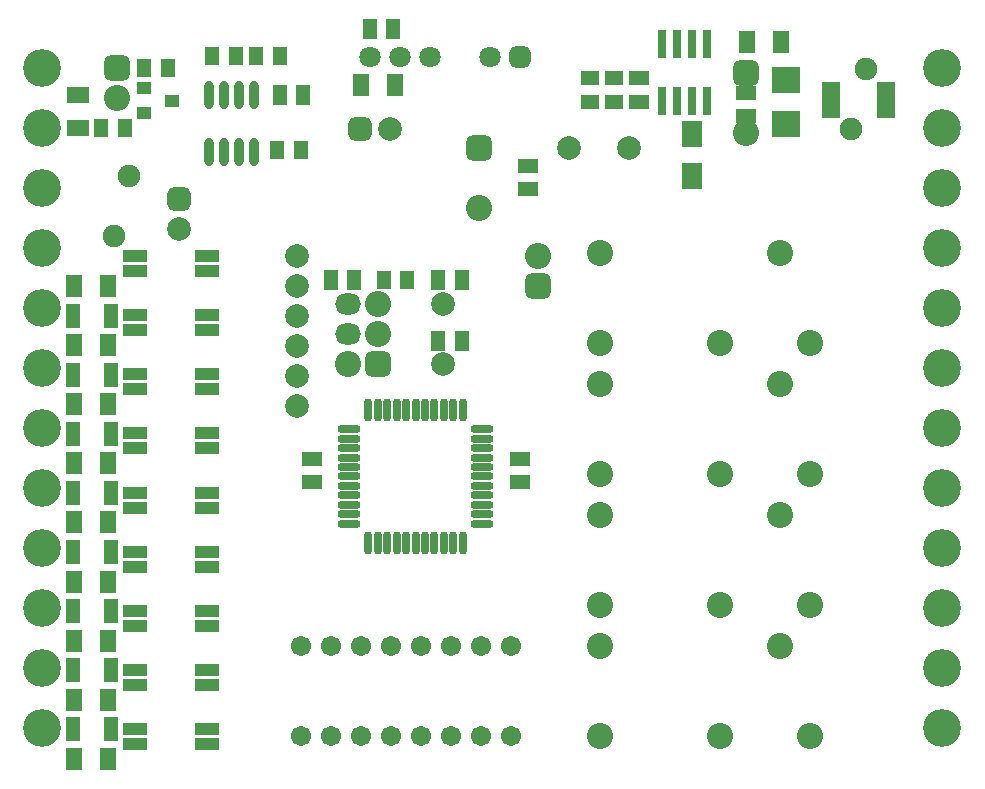
<source format=gbs>
%FSLAX24Y24*%
%MOIN*%
G70*
G01*
G75*
G04 Layer_Color=16711935*
%ADD10R,0.0413X0.0571*%
%ADD11O,0.0906X0.0236*%
%ADD12R,0.0571X0.0413*%
%ADD13R,0.0827X0.0846*%
%ADD14R,0.0433X0.0532*%
%ADD15C,0.0197*%
%ADD16C,0.0394*%
%ADD17C,0.0295*%
%ADD18C,0.0591*%
%ADD19C,0.0709*%
%ADD20C,0.1181*%
%ADD21C,0.0669*%
G04:AMPARAMS|DCode=22|XSize=78.7mil|YSize=78.7mil|CornerRadius=19.7mil|HoleSize=0mil|Usage=FLASHONLY|Rotation=270.000|XOffset=0mil|YOffset=0mil|HoleType=Round|Shape=RoundedRectangle|*
%AMROUNDEDRECTD22*
21,1,0.0787,0.0394,0,0,270.0*
21,1,0.0394,0.0787,0,0,270.0*
1,1,0.0394,-0.0197,-0.0197*
1,1,0.0394,-0.0197,0.0197*
1,1,0.0394,0.0197,0.0197*
1,1,0.0394,0.0197,-0.0197*
%
%ADD22ROUNDEDRECTD22*%
%ADD23C,0.0787*%
G04:AMPARAMS|DCode=24|XSize=70.9mil|YSize=70.9mil|CornerRadius=17.7mil|HoleSize=0mil|Usage=FLASHONLY|Rotation=0.000|XOffset=0mil|YOffset=0mil|HoleType=Round|Shape=RoundedRectangle|*
%AMROUNDEDRECTD24*
21,1,0.0709,0.0354,0,0,0.0*
21,1,0.0354,0.0709,0,0,0.0*
1,1,0.0354,0.0177,-0.0177*
1,1,0.0354,-0.0177,-0.0177*
1,1,0.0354,-0.0177,0.0177*
1,1,0.0354,0.0177,0.0177*
%
%ADD24ROUNDEDRECTD24*%
G04:AMPARAMS|DCode=25|XSize=70.9mil|YSize=70.9mil|CornerRadius=17.7mil|HoleSize=0mil|Usage=FLASHONLY|Rotation=270.000|XOffset=0mil|YOffset=0mil|HoleType=Round|Shape=RoundedRectangle|*
%AMROUNDEDRECTD25*
21,1,0.0709,0.0354,0,0,270.0*
21,1,0.0354,0.0709,0,0,270.0*
1,1,0.0354,-0.0177,-0.0177*
1,1,0.0354,-0.0177,0.0177*
1,1,0.0354,0.0177,0.0177*
1,1,0.0354,0.0177,-0.0177*
%
%ADD25ROUNDEDRECTD25*%
%ADD26C,0.0591*%
%ADD27O,0.0787X0.0630*%
%ADD28C,0.0630*%
G04:AMPARAMS|DCode=29|XSize=63mil|YSize=63mil|CornerRadius=15.7mil|HoleSize=0mil|Usage=FLASHONLY|Rotation=180.000|XOffset=0mil|YOffset=0mil|HoleType=Round|Shape=RoundedRectangle|*
%AMROUNDEDRECTD29*
21,1,0.0630,0.0315,0,0,180.0*
21,1,0.0315,0.0630,0,0,180.0*
1,1,0.0315,-0.0157,0.0157*
1,1,0.0315,0.0157,0.0157*
1,1,0.0315,0.0157,-0.0157*
1,1,0.0315,-0.0157,-0.0157*
%
%ADD29ROUNDEDRECTD29*%
%ADD30C,0.0512*%
%ADD31R,0.0512X0.1122*%
%ADD32R,0.0846X0.0827*%
%ADD33R,0.0492X0.0689*%
%ADD34R,0.0236X0.0866*%
%ADD35R,0.0610X0.0787*%
%ADD36R,0.0532X0.0433*%
%ADD37O,0.0217X0.0689*%
%ADD38O,0.0689X0.0217*%
%ADD39R,0.0768X0.0354*%
%ADD40R,0.0413X0.0768*%
%ADD41O,0.0236X0.0866*%
%ADD42R,0.0433X0.0354*%
%ADD43R,0.0689X0.0492*%
%ADD44C,0.0118*%
%ADD45C,0.0236*%
%ADD46C,0.0138*%
%ADD47C,0.0100*%
%ADD48C,0.0098*%
%ADD49C,0.0050*%
%ADD50C,0.0079*%
%ADD51R,0.0493X0.0651*%
%ADD52O,0.0986X0.0316*%
%ADD53R,0.0651X0.0493*%
%ADD54R,0.0907X0.0926*%
%ADD55R,0.0513X0.0612*%
%ADD56C,0.0789*%
%ADD57C,0.1261*%
%ADD58C,0.0749*%
G04:AMPARAMS|DCode=59|XSize=86.7mil|YSize=86.7mil|CornerRadius=23.7mil|HoleSize=0mil|Usage=FLASHONLY|Rotation=270.000|XOffset=0mil|YOffset=0mil|HoleType=Round|Shape=RoundedRectangle|*
%AMROUNDEDRECTD59*
21,1,0.0867,0.0394,0,0,270.0*
21,1,0.0394,0.0867,0,0,270.0*
1,1,0.0474,-0.0197,-0.0197*
1,1,0.0474,-0.0197,0.0197*
1,1,0.0474,0.0197,0.0197*
1,1,0.0474,0.0197,-0.0197*
%
%ADD59ROUNDEDRECTD59*%
%ADD60C,0.0867*%
G04:AMPARAMS|DCode=61|XSize=78.9mil|YSize=78.9mil|CornerRadius=21.7mil|HoleSize=0mil|Usage=FLASHONLY|Rotation=0.000|XOffset=0mil|YOffset=0mil|HoleType=Round|Shape=RoundedRectangle|*
%AMROUNDEDRECTD61*
21,1,0.0789,0.0354,0,0,0.0*
21,1,0.0354,0.0789,0,0,0.0*
1,1,0.0434,0.0177,-0.0177*
1,1,0.0434,-0.0177,-0.0177*
1,1,0.0434,-0.0177,0.0177*
1,1,0.0434,0.0177,0.0177*
%
%ADD61ROUNDEDRECTD61*%
G04:AMPARAMS|DCode=62|XSize=78.9mil|YSize=78.9mil|CornerRadius=21.7mil|HoleSize=0mil|Usage=FLASHONLY|Rotation=270.000|XOffset=0mil|YOffset=0mil|HoleType=Round|Shape=RoundedRectangle|*
%AMROUNDEDRECTD62*
21,1,0.0789,0.0354,0,0,270.0*
21,1,0.0354,0.0789,0,0,270.0*
1,1,0.0434,-0.0177,-0.0177*
1,1,0.0434,-0.0177,0.0177*
1,1,0.0434,0.0177,0.0177*
1,1,0.0434,0.0177,-0.0177*
%
%ADD62ROUNDEDRECTD62*%
%ADD63C,0.0671*%
%ADD64O,0.0867X0.0710*%
%ADD65C,0.0710*%
G04:AMPARAMS|DCode=66|XSize=71mil|YSize=71mil|CornerRadius=19.7mil|HoleSize=0mil|Usage=FLASHONLY|Rotation=180.000|XOffset=0mil|YOffset=0mil|HoleType=Round|Shape=RoundedRectangle|*
%AMROUNDEDRECTD66*
21,1,0.0710,0.0315,0,0,180.0*
21,1,0.0315,0.0710,0,0,180.0*
1,1,0.0395,-0.0157,0.0157*
1,1,0.0395,0.0157,0.0157*
1,1,0.0395,0.0157,-0.0157*
1,1,0.0395,-0.0157,-0.0157*
%
%ADD66ROUNDEDRECTD66*%
%ADD67R,0.0592X0.1202*%
%ADD68R,0.0926X0.0907*%
%ADD69R,0.0572X0.0769*%
%ADD70R,0.0316X0.0946*%
%ADD71R,0.0690X0.0867*%
%ADD72R,0.0612X0.0513*%
%ADD73O,0.0297X0.0769*%
%ADD74O,0.0769X0.0297*%
%ADD75R,0.0848X0.0434*%
%ADD76R,0.0493X0.0848*%
%ADD77O,0.0316X0.0946*%
%ADD78R,0.0513X0.0434*%
%ADD79R,0.0769X0.0572*%
D51*
X25906Y25197D02*
D03*
X25118D02*
D03*
X25906Y27205D02*
D03*
X25118D02*
D03*
X21535D02*
D03*
X22323D02*
D03*
X23622Y35591D02*
D03*
X22835D02*
D03*
X19843Y33386D02*
D03*
X20630D02*
D03*
D53*
X35394Y32677D02*
D03*
Y33465D02*
D03*
X31811Y33150D02*
D03*
Y33937D02*
D03*
X28110Y30236D02*
D03*
Y31024D02*
D03*
X27835Y20472D02*
D03*
Y21260D02*
D03*
X20906D02*
D03*
Y20472D02*
D03*
D55*
X23307Y27205D02*
D03*
X24094D02*
D03*
X20551Y31535D02*
D03*
X19764D02*
D03*
X15315Y34291D02*
D03*
X16102D02*
D03*
X13898Y32283D02*
D03*
X14685D02*
D03*
X19055Y34685D02*
D03*
X19843D02*
D03*
X18386D02*
D03*
X17598D02*
D03*
D56*
X20433Y28031D02*
D03*
Y27032D02*
D03*
Y26031D02*
D03*
Y25031D02*
D03*
Y24032D02*
D03*
Y23031D02*
D03*
X23531Y32244D02*
D03*
X29472Y31614D02*
D03*
X31472D02*
D03*
X16496Y28909D02*
D03*
X25276Y24417D02*
D03*
Y26417D02*
D03*
D57*
X41929Y34283D02*
D03*
Y32283D02*
D03*
Y30283D02*
D03*
Y28283D02*
D03*
Y26283D02*
D03*
Y24283D02*
D03*
Y22283D02*
D03*
Y20283D02*
D03*
Y18283D02*
D03*
Y16283D02*
D03*
Y14283D02*
D03*
Y12283D02*
D03*
X11929Y12291D02*
D03*
Y14291D02*
D03*
Y16291D02*
D03*
Y18291D02*
D03*
Y20291D02*
D03*
Y22291D02*
D03*
Y24291D02*
D03*
Y26291D02*
D03*
Y28291D02*
D03*
Y30291D02*
D03*
Y32291D02*
D03*
Y34291D02*
D03*
D58*
X38870Y32244D02*
D03*
X39370Y34244D02*
D03*
X14831Y30669D02*
D03*
X14331Y28669D02*
D03*
D59*
X35394Y34110D02*
D03*
X26496Y31630D02*
D03*
X14409Y34291D02*
D03*
X28465Y27008D02*
D03*
X23110Y24409D02*
D03*
D60*
X35394Y32110D02*
D03*
X26496Y29630D02*
D03*
X14409Y33291D02*
D03*
X28465Y28008D02*
D03*
X22110Y24409D02*
D03*
X23110Y25409D02*
D03*
Y26409D02*
D03*
X30512Y12000D02*
D03*
X34512D02*
D03*
X37512D02*
D03*
X36512Y15000D02*
D03*
X30512D02*
D03*
Y16370D02*
D03*
X34512D02*
D03*
X37512D02*
D03*
X36512Y19370D02*
D03*
X30512D02*
D03*
Y20740D02*
D03*
X34512D02*
D03*
X37512D02*
D03*
X36512Y23740D02*
D03*
X30512D02*
D03*
Y25110D02*
D03*
X34512D02*
D03*
X37512D02*
D03*
X36512Y28110D02*
D03*
X30512D02*
D03*
D61*
X22531Y32244D02*
D03*
D62*
X16496Y29909D02*
D03*
D63*
X27559Y15000D02*
D03*
X26559D02*
D03*
X25559D02*
D03*
X24559D02*
D03*
X23559D02*
D03*
X22559D02*
D03*
X21559D02*
D03*
X20559D02*
D03*
Y12000D02*
D03*
X21559D02*
D03*
X22559D02*
D03*
X23559D02*
D03*
X24559D02*
D03*
X25559D02*
D03*
X26559D02*
D03*
X27559D02*
D03*
D64*
X22110Y25409D02*
D03*
Y26409D02*
D03*
D65*
X22835Y34646D02*
D03*
X23835D02*
D03*
X24835D02*
D03*
X26835D02*
D03*
D66*
X27835D02*
D03*
D67*
X40059Y33228D02*
D03*
X38209D02*
D03*
D68*
X36732Y32411D02*
D03*
Y33888D02*
D03*
D69*
X35423Y35157D02*
D03*
X36545D02*
D03*
X12982Y11260D02*
D03*
X14104D02*
D03*
X12982Y13228D02*
D03*
X14104D02*
D03*
X12982Y15197D02*
D03*
X14104D02*
D03*
X12982Y17165D02*
D03*
X14104D02*
D03*
X12982Y19134D02*
D03*
X14104D02*
D03*
X12982Y21102D02*
D03*
X14104D02*
D03*
X12982Y23071D02*
D03*
X14104D02*
D03*
X12982Y25039D02*
D03*
X14104D02*
D03*
X12982Y27008D02*
D03*
X14104D02*
D03*
X22549Y33701D02*
D03*
X23671D02*
D03*
D70*
X32596Y35089D02*
D03*
X33096D02*
D03*
X33596D02*
D03*
X34096D02*
D03*
X32596Y33179D02*
D03*
X33096D02*
D03*
X33596D02*
D03*
X34096D02*
D03*
D71*
X33583Y32078D02*
D03*
Y30678D02*
D03*
D72*
X30984Y33150D02*
D03*
Y33937D02*
D03*
X30197D02*
D03*
Y33150D02*
D03*
D73*
X22795Y22894D02*
D03*
X23110D02*
D03*
X23425D02*
D03*
X23740D02*
D03*
X24055D02*
D03*
X24370D02*
D03*
X24685D02*
D03*
X25000D02*
D03*
X25315D02*
D03*
X25630D02*
D03*
X25945D02*
D03*
Y18445D02*
D03*
X25630D02*
D03*
X25315D02*
D03*
X25000D02*
D03*
X24685D02*
D03*
X24370D02*
D03*
X24055D02*
D03*
X23740D02*
D03*
X23425D02*
D03*
X23110D02*
D03*
X22795D02*
D03*
D74*
X26594Y22244D02*
D03*
Y21929D02*
D03*
Y21614D02*
D03*
Y21299D02*
D03*
Y20984D02*
D03*
Y20669D02*
D03*
Y20354D02*
D03*
Y20039D02*
D03*
Y19724D02*
D03*
Y19409D02*
D03*
Y19094D02*
D03*
X22146D02*
D03*
Y19409D02*
D03*
Y19724D02*
D03*
Y20039D02*
D03*
Y20354D02*
D03*
Y20669D02*
D03*
Y20984D02*
D03*
Y21299D02*
D03*
Y21614D02*
D03*
Y21929D02*
D03*
Y22244D02*
D03*
D75*
X17431Y28006D02*
D03*
Y27506D02*
D03*
X15010Y28006D02*
D03*
Y27506D02*
D03*
X17431Y26037D02*
D03*
Y25537D02*
D03*
X15010Y26037D02*
D03*
Y25537D02*
D03*
X17431Y24069D02*
D03*
Y23569D02*
D03*
X15010Y24069D02*
D03*
Y23569D02*
D03*
X17431Y22100D02*
D03*
Y21600D02*
D03*
X15010Y22100D02*
D03*
Y21600D02*
D03*
X17431Y20132D02*
D03*
Y19632D02*
D03*
X15010Y20132D02*
D03*
Y19632D02*
D03*
X17431Y18163D02*
D03*
Y17663D02*
D03*
X15010Y18163D02*
D03*
Y17663D02*
D03*
X17431Y16195D02*
D03*
Y15695D02*
D03*
X15010Y16195D02*
D03*
Y15695D02*
D03*
X17431Y14226D02*
D03*
Y13726D02*
D03*
X15010Y14226D02*
D03*
Y13726D02*
D03*
X17431Y12258D02*
D03*
Y11758D02*
D03*
X15010Y12258D02*
D03*
Y11758D02*
D03*
D76*
X14222Y12244D02*
D03*
X12943D02*
D03*
X14222Y14213D02*
D03*
X12943D02*
D03*
X14222Y16181D02*
D03*
X12943D02*
D03*
X14222Y18150D02*
D03*
X12943D02*
D03*
X14222Y20118D02*
D03*
X12943D02*
D03*
X14222Y22087D02*
D03*
X12943D02*
D03*
X14222Y24055D02*
D03*
X12943D02*
D03*
X14222Y26024D02*
D03*
X12943D02*
D03*
D77*
X17478Y33386D02*
D03*
X17978D02*
D03*
X18478D02*
D03*
X18978D02*
D03*
X17478Y31496D02*
D03*
X17978D02*
D03*
X18478D02*
D03*
X18978D02*
D03*
D78*
X15325Y32776D02*
D03*
Y33602D02*
D03*
X16250Y33189D02*
D03*
D79*
X13110Y32274D02*
D03*
Y33396D02*
D03*
M02*

</source>
